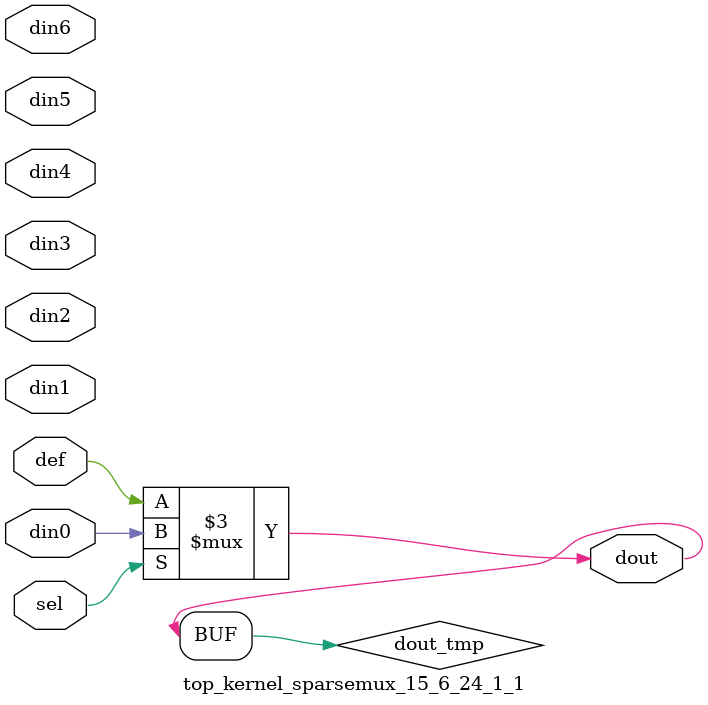
<source format=v>
`timescale 1ns / 1ps

module top_kernel_sparsemux_15_6_24_1_1 (din0,din1,din2,din3,din4,din5,din6,def,sel,dout);

parameter din0_WIDTH = 1;

parameter din1_WIDTH = 1;

parameter din2_WIDTH = 1;

parameter din3_WIDTH = 1;

parameter din4_WIDTH = 1;

parameter din5_WIDTH = 1;

parameter din6_WIDTH = 1;

parameter def_WIDTH = 1;
parameter sel_WIDTH = 1;
parameter dout_WIDTH = 1;

parameter [sel_WIDTH-1:0] CASE0 = 1;

parameter [sel_WIDTH-1:0] CASE1 = 1;

parameter [sel_WIDTH-1:0] CASE2 = 1;

parameter [sel_WIDTH-1:0] CASE3 = 1;

parameter [sel_WIDTH-1:0] CASE4 = 1;

parameter [sel_WIDTH-1:0] CASE5 = 1;

parameter [sel_WIDTH-1:0] CASE6 = 1;

parameter ID = 1;
parameter NUM_STAGE = 1;



input [din0_WIDTH-1:0] din0;

input [din1_WIDTH-1:0] din1;

input [din2_WIDTH-1:0] din2;

input [din3_WIDTH-1:0] din3;

input [din4_WIDTH-1:0] din4;

input [din5_WIDTH-1:0] din5;

input [din6_WIDTH-1:0] din6;

input [def_WIDTH-1:0] def;
input [sel_WIDTH-1:0] sel;

output [dout_WIDTH-1:0] dout;



reg [dout_WIDTH-1:0] dout_tmp;


always @ (*) begin
(* parallel_case *) case (sel)
    
    CASE0 : dout_tmp = din0;
    
    CASE1 : dout_tmp = din1;
    
    CASE2 : dout_tmp = din2;
    
    CASE3 : dout_tmp = din3;
    
    CASE4 : dout_tmp = din4;
    
    CASE5 : dout_tmp = din5;
    
    CASE6 : dout_tmp = din6;
    
    default : dout_tmp = def;
endcase
end


assign dout = dout_tmp;



endmodule

</source>
